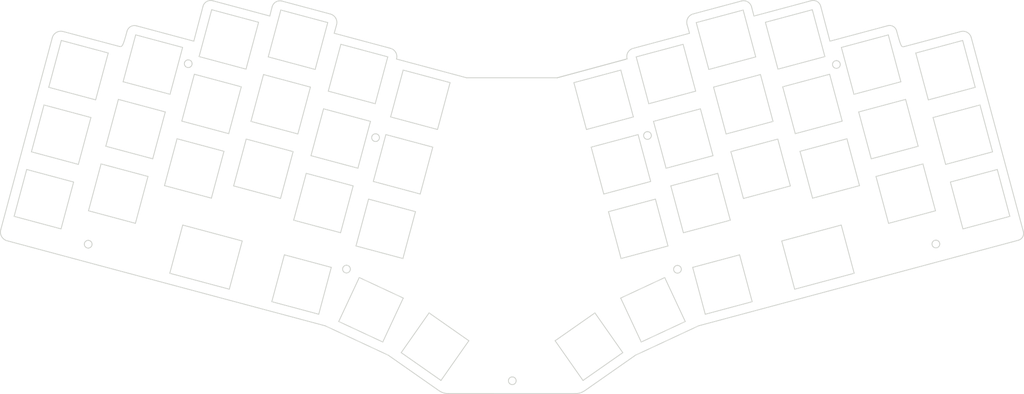
<source format=kicad_pcb>
(kicad_pcb (version 20171130) (host pcbnew "(5.1.10)-1")

  (general
    (thickness 1.6)
    (drawings 292)
    (tracks 0)
    (zones 0)
    (modules 0)
    (nets 1)
  )

  (page A4)
  (layers
    (0 F.Cu signal)
    (31 B.Cu signal)
    (32 B.Adhes user)
    (33 F.Adhes user)
    (34 B.Paste user)
    (35 F.Paste user)
    (36 B.SilkS user)
    (37 F.SilkS user)
    (38 B.Mask user)
    (39 F.Mask user)
    (40 Dwgs.User user)
    (41 Cmts.User user)
    (42 Eco1.User user)
    (43 Eco2.User user)
    (44 Edge.Cuts user)
    (45 Margin user)
    (46 B.CrtYd user)
    (47 F.CrtYd user)
    (48 B.Fab user)
    (49 F.Fab user)
  )

  (setup
    (last_trace_width 0.254)
    (trace_clearance 0.2)
    (zone_clearance 0.508)
    (zone_45_only no)
    (trace_min 0.2)
    (via_size 0.8)
    (via_drill 0.4)
    (via_min_size 0.4)
    (via_min_drill 0.3)
    (uvia_size 0.3)
    (uvia_drill 0.1)
    (uvias_allowed no)
    (uvia_min_size 0.2)
    (uvia_min_drill 0.1)
    (edge_width 0.05)
    (segment_width 0.2)
    (pcb_text_width 0.3)
    (pcb_text_size 1.5 1.5)
    (mod_edge_width 0.12)
    (mod_text_size 1 1)
    (mod_text_width 0.15)
    (pad_size 1.524 1.524)
    (pad_drill 0.762)
    (pad_to_mask_clearance 0)
    (aux_axis_origin 0 0)
    (visible_elements 7FFFFFFF)
    (pcbplotparams
      (layerselection 0x010fc_ffffffff)
      (usegerberextensions false)
      (usegerberattributes true)
      (usegerberadvancedattributes true)
      (creategerberjobfile true)
      (excludeedgelayer true)
      (linewidth 0.100000)
      (plotframeref false)
      (viasonmask false)
      (mode 1)
      (useauxorigin false)
      (hpglpennumber 1)
      (hpglpenspeed 20)
      (hpglpendiameter 15.000000)
      (psnegative false)
      (psa4output false)
      (plotreference true)
      (plotvalue true)
      (plotinvisibletext false)
      (padsonsilk false)
      (subtractmaskfromsilk false)
      (outputformat 1)
      (mirror false)
      (drillshape 0)
      (scaleselection 1)
      (outputdirectory "gerbers/"))
  )

  (net 0 "")

  (net_class Default "This is the default net class."
    (clearance 0.2)
    (trace_width 0.254)
    (via_dia 0.8)
    (via_drill 0.4)
    (uvia_dia 0.3)
    (uvia_drill 0.1)
  )

  (net_class Power ""
    (clearance 0.2)
    (trace_width 0.381)
    (via_dia 0.8)
    (via_drill 0.4)
    (uvia_dia 0.3)
    (uvia_drill 0.1)
  )

  (gr_line (start 166.086802 157.444643) (end 130.009937 157.442202) (layer Edge.Cuts) (width 0.25))
  (gr_curve (pts (xy 291.963776 113.815439) (xy 251.997941 124.525898) (xy 251.218585 124.734048) (xy 201.100082 138.161065)) (layer Edge.Cuts) (width 0.25))
  (gr_curve (pts (xy 113.558134 59.22327) (xy 114.194482 59.393753) (xy 114.735443 59.813164) (xy 115.059091 60.386973)) (layer Edge.Cuts) (width 0.25))
  (gr_line (start 97.572217 54.9405) (end 113.558134 59.22327) (layer Edge.Cuts) (width 0.25))
  (gr_line (start 63.049881 45.68992) (end 79.268977 50.03576) (layer Edge.Cuts) (width 0.25))
  (gr_curve (pts (xy 36.530934 58.692081) (xy 37.369752 58.916841) (xy 37.596188 58.482659) (xy 38.719122 54.343413)) (layer Edge.Cuts) (width 0.25))
  (gr_curve (pts (xy 79.939824 47.424936) (xy 80.09145 46.834834) (xy 80.472758 46.32987) (xy 80.998822 46.022513)) (layer Edge.Cuts) (width 0.25))
  (gr_line (start 278.567385 56.16441) (end 293.372613 111.374583) (layer Edge.Cuts) (width 0.25))
  (gr_line (start 57.681517 57.190941) (end 60.293435 47.288548) (layer Edge.Cuts) (width 0.25))
  (gr_line (start 20.543234 54.445898) (end 36.530934 58.692081) (layer Edge.Cuts) (width 0.25))
  (gr_line (start 112.916357 146.515021) (end 94.996657 138.158421) (layer Edge.Cuts) (width 0.25))
  (gr_curve (pts (xy 130.009937 157.442202) (xy 129.039904 157.442137) (xy 128.093377 157.143627) (xy 127.29881 156.587185)) (layer Edge.Cuts) (width 0.25))
  (gr_line (start 259.525157 58.730181) (end 275.600131 54.448694) (layer Edge.Cuts) (width 0.25))
  (gr_curve (pts (xy 293.372613 111.374583) (xy 293.657702 112.437709) (xy 293.026944 113.53052) (xy 291.963776 113.815439)) (layer Edge.Cuts) (width 0.25))
  (gr_curve (pts (xy 4.64334 113.970862) (xy 3.278652 113.604317) (xy 2.468913 112.20071) (xy 2.834735 110.835825)) (layer Edge.Cuts) (width 0.25))
  (gr_curve (pts (xy 168.797995 156.58992) (xy 168.003389 157.1463) (xy 167.056831 157.444709) (xy 166.086802 157.444643)) (layer Edge.Cuts) (width 0.25))
  (gr_line (start 235.790411 47.232574) (end 238.417762 57.193481) (layer Edge.Cuts) (width 0.25))
  (gr_curve (pts (xy 61.339657 45.916779) (xy 61.8569 45.616798) (xy 62.472317 45.535164) (xy 63.049881 45.68992)) (layer Edge.Cuts) (width 0.25))
  (gr_line (start 216.830302 50.0383) (end 233.107851 45.676798) (layer Edge.Cuts) (width 0.25))
  (gr_line (start 127.29881 156.587185) (end 112.916357 146.515021) (layer Edge.Cuts) (width 0.25))
  (gr_curve (pts (xy 98.007666 50.64037) (xy 98.33595 51.215675) (xy 98.420551 51.898366) (xy 98.242627 52.536402)) (layer Edge.Cuts) (width 0.25))
  (gr_line (start 216.151736 47.437584) (end 216.830302 50.0383) (layer Edge.Cuts) (width 0.25))
  (gr_line (start 183.18292 146.517665) (end 168.797995 156.58992) (layer Edge.Cuts) (width 0.25))
  (gr_line (start 115.278557 62.27348) (end 135.14644 67.594781) (layer Edge.Cuts) (width 0.25))
  (gr_line (start 82.740532 45.788601) (end 96.494861 49.473508) (layer Edge.Cuts) (width 0.25))
  (gr_curve (pts (xy 96.494861 49.473508) (xy 97.134676 49.644921) (xy 97.679382 50.065065) (xy 98.007666 50.64037)) (layer Edge.Cuts) (width 0.25))
  (gr_curve (pts (xy 38.719122 54.343413) (xy 39.030973 53.193899) (xy 40.211872 52.510668) (xy 41.362365 52.818895)) (layer Edge.Cuts) (width 0.25))
  (gr_curve (pts (xy 254.861956 52.787325) (xy 255.941984 52.497936) (xy 257.052873 53.13867) (xy 257.346751 54.217483)) (layer Edge.Cuts) (width 0.25))
  (gr_curve (pts (xy 257.346751 54.217483) (xy 258.625386 58.911285) (xy 258.713678 58.886013) (xy 259.525157 58.730181)) (layer Edge.Cuts) (width 0.25))
  (gr_line (start 79.268977 50.03576) (end 79.939824 47.424936) (layer Edge.Cuts) (width 0.25))
  (gr_line (start 98.242627 52.536402) (end 97.572217 54.9405) (layer Edge.Cuts) (width 0.25))
  (gr_line (start 2.834735 110.835825) (end 17.472198 56.22333) (layer Edge.Cuts) (width 0.25))
  (gr_curve (pts (xy 94.996657 138.158421) (xy 28.536351 120.385012) (xy 26.165612 119.751584) (xy 4.64334 113.970862)) (layer Edge.Cuts) (width 0.25))
  (gr_curve (pts (xy 275.600131 54.448694) (xy 276.893136 54.104308) (xy 278.220808 54.871991) (xy 278.567385 56.16441)) (layer Edge.Cuts) (width 0.25))
  (gr_line (start 201.100082 138.161065) (end 183.18292 146.517665) (layer Edge.Cuts) (width 0.25))
  (gr_line (start 238.417762 57.193481) (end 254.861956 52.787325) (layer Edge.Cuts) (width 0.25))
  (gr_curve (pts (xy 17.472198 56.22333) (xy 17.830769 54.885498) (xy 19.204592 54.090367) (xy 20.543234 54.445898)) (layer Edge.Cuts) (width 0.25))
  (gr_curve (pts (xy 80.998822 46.022513) (xy 81.524886 45.715156) (xy 82.152015 45.630933) (xy 82.740532 45.788601)) (layer Edge.Cuts) (width 0.25))
  (gr_curve (pts (xy 60.293435 47.288548) (xy 60.445935 46.710384) (xy 60.822413 46.216759) (xy 61.339657 45.916779)) (layer Edge.Cuts) (width 0.25))
  (gr_line (start 41.362365 52.818895) (end 57.681517 57.190941) (layer Edge.Cuts) (width 0.25))
  (gr_curve (pts (xy 115.059091 60.386973) (xy 115.382738 60.960781) (xy 115.461836 61.640699) (xy 115.278557 62.27348)) (layer Edge.Cuts) (width 0.25))
  (gr_curve (pts (xy 108.543299 85.40729) (xy 108.857688 85.721679) (xy 109.330504 85.815728) (xy 109.741274 85.645582)) (layer Edge.Cuts) (width 0.25))
  (gr_line (start 178.99814 65.414634) (end 165.66822 68.985874) (layer Edge.Cuts) (width 0.25))
  (gr_line (start 233.41002 48.246774) (end 236.98126 61.576694) (layer Edge.Cuts) (width 0.25))
  (gr_line (start 49.58514 77.327234) (end 46.01136 90.654614) (layer Edge.Cuts) (width 0.25))
  (gr_line (start 71.1726 70.169514) (end 67.60136 83.499434) (layer Edge.Cuts) (width 0.25))
  (gr_line (start 54.50258 58.973194) (end 50.9288 72.303114) (layer Edge.Cuts) (width 0.25))
  (gr_line (start 78.83578 61.663054) (end 82.40702 48.333134) (layer Edge.Cuts) (width 0.25))
  (gr_line (start 76.09004 51.818014) (end 72.5188 65.147934) (layer Edge.Cuts) (width 0.25))
  (gr_line (start 178.99814 65.414634) (end 182.56938 78.744554) (layer Edge.Cuts) (width 0.25))
  (gr_curve (pts (xy 108.305007 84.209315) (xy 108.134861 84.620085) (xy 108.22891 85.092901) (xy 108.543299 85.40729)) (layer Edge.Cuts) (width 0.25))
  (gr_line (start 37.59888 68.731874) (end 50.9288 72.303114) (layer Edge.Cuts) (width 0.25))
  (gr_line (start 32.68144 87.083374) (end 46.01136 90.654614) (layer Edge.Cuts) (width 0.25))
  (gr_line (start 95.73694 51.904374) (end 92.16316 65.234294) (layer Edge.Cuts) (width 0.25))
  (gr_line (start 37.59888 68.731874) (end 41.17266 55.401954) (layer Edge.Cuts) (width 0.25))
  (gr_line (start 59.18888 61.574154) (end 72.5188 65.147934) (layer Edge.Cuts) (width 0.25))
  (gr_line (start 169.23946 82.315794) (end 182.56938 78.744554) (layer Edge.Cuts) (width 0.25))
  (gr_line (start 169.23946 82.315794) (end 165.66822 68.985874) (layer Edge.Cuts) (width 0.25))
  (gr_line (start 113.59822 78.742014) (end 117.16946 65.412094) (layer Edge.Cuts) (width 0.25))
  (gr_line (start 233.41002 48.246774) (end 220.0801 51.818014) (layer Edge.Cuts) (width 0.25))
  (gr_line (start 130.499379 68.983334) (end 126.92814 82.313254) (layer Edge.Cuts) (width 0.25))
  (gr_line (start 245.2388 72.305654) (end 258.568719 68.734414) (layer Edge.Cuts) (width 0.25))
  (gr_line (start 204.00444 65.236834) (end 200.4332 51.906914) (layer Edge.Cuts) (width 0.25))
  (gr_line (start 223.65134 65.147934) (end 236.98126 61.576694) (layer Edge.Cuts) (width 0.25))
  (gr_line (start 245.2388 72.305654) (end 241.66756 58.975734) (layer Edge.Cuts) (width 0.25))
  (gr_line (start 204.00444 65.236834) (end 217.33436 61.665594) (layer Edge.Cuts) (width 0.25))
  (gr_line (start 54.27144 79.928194) (end 67.60136 83.499434) (layer Edge.Cuts) (width 0.25))
  (gr_line (start 32.68144 87.083374) (end 36.25522 73.753454) (layer Edge.Cuts) (width 0.25))
  (gr_line (start 78.83578 61.663054) (end 92.16316 65.234294) (layer Edge.Cuts) (width 0.25))
  (gr_curve (pts (xy 56.521167 64.615626) (xy 56.931936 64.44548) (xy 57.199765 64.044646) (xy 57.199765 63.600032)) (layer Edge.Cuts) (width 0.25))
  (gr_line (start 254.99748 55.404494) (end 258.568719 68.734414) (layer Edge.Cuts) (width 0.25))
  (gr_curve (pts (xy 55.323192 64.377334) (xy 55.637581 64.691723) (xy 56.110397 64.785772) (xy 56.521167 64.615626)) (layer Edge.Cuts) (width 0.25))
  (gr_line (start 160.95144 67.604114) (end 180.79646 62.234554) (layer Edge.Cuts) (width 0.25))
  (gr_curve (pts (xy 109.320601 83.530717) (xy 108.875987 83.530717) (xy 108.475153 83.798546) (xy 108.305007 84.209315)) (layer Edge.Cuts) (width 0.25))
  (gr_line (start 54.27144 79.928194) (end 57.84268 66.598274) (layer Edge.Cuts) (width 0.25))
  (gr_line (start 76.09004 51.818014) (end 62.76012 48.244234) (layer Edge.Cuts) (width 0.25))
  (gr_line (start 113.59822 78.742014) (end 126.92814 82.313254) (layer Edge.Cuts) (width 0.25))
  (gr_line (start 213.76312 48.335674) (end 200.4332 51.906914) (layer Edge.Cuts) (width 0.25))
  (gr_line (start 254.99748 55.404494) (end 241.66756 58.975734) (layer Edge.Cuts) (width 0.25))
  (gr_line (start 59.18888 61.574154) (end 62.76012 48.244234) (layer Edge.Cuts) (width 0.25))
  (gr_curve (pts (xy 110.097903 83.852686) (xy 109.89175 83.646533) (xy 109.612146 83.530717) (xy 109.320601 83.530717)) (layer Edge.Cuts) (width 0.25))
  (gr_curve (pts (xy 110.419872 84.629988) (xy 110.419872 84.338443) (xy 110.304056 84.05884) (xy 110.097903 83.852686)) (layer Edge.Cuts) (width 0.25))
  (gr_curve (pts (xy 55.0849 63.179359) (xy 54.914754 63.590129) (xy 55.008803 64.062945) (xy 55.323192 64.377334)) (layer Edge.Cuts) (width 0.25))
  (gr_curve (pts (xy 56.100494 62.500761) (xy 55.65588 62.500761) (xy 55.255046 62.768589) (xy 55.0849 63.179359)) (layer Edge.Cuts) (width 0.25))
  (gr_line (start 54.50258 58.973194) (end 41.17266 55.401954) (layer Edge.Cuts) (width 0.25))
  (gr_line (start 130.499379 68.983334) (end 117.16946 65.412094) (layer Edge.Cuts) (width 0.25))
  (gr_line (start 213.76312 48.335674) (end 217.33436 61.665594) (layer Edge.Cuts) (width 0.25))
  (gr_line (start 49.58514 77.327234) (end 36.25522 73.753454) (layer Edge.Cuts) (width 0.25))
  (gr_line (start 71.1726 70.169514) (end 57.84268 66.598274) (layer Edge.Cuts) (width 0.25))
  (gr_line (start 223.65134 65.147934) (end 220.0801 51.818014) (layer Edge.Cuts) (width 0.25))
  (gr_line (start 95.73694 51.904374) (end 82.40702 48.333134) (layer Edge.Cuts) (width 0.25))
  (gr_curve (pts (xy 109.741274 85.645582) (xy 110.152043 85.475436) (xy 110.419872 85.074602) (xy 110.419872 84.629988)) (layer Edge.Cuts) (width 0.25))
  (gr_line (start 73.9158 80.014554) (end 77.48958 66.684634) (layer Edge.Cuts) (width 0.25))
  (gr_line (start 188.83302 102.120174) (end 192.40426 115.450094) (layer Edge.Cuts) (width 0.25))
  (gr_line (start 90.8195 70.258414) (end 87.24572 83.588334) (layer Edge.Cuts) (width 0.25))
  (gr_line (start 125.58194 87.337374) (end 112.25202 83.766134) (layer Edge.Cuts) (width 0.25))
  (gr_line (start 188.83302 102.120174) (end 175.5031 105.691414) (layer Edge.Cuts) (width 0.25))
  (gr_line (start 238.32746 66.600814) (end 241.8987 79.930734) (layer Edge.Cuts) (width 0.25))
  (gr_line (start 191.86324 93.336854) (end 205.19316 89.765614) (layer Edge.Cuts) (width 0.25))
  (gr_line (start 264.832359 92.110034) (end 251.50244 95.681274) (layer Edge.Cuts) (width 0.25))
  (gr_line (start 213.83932 101.942374) (end 227.16924 98.371134) (layer Edge.Cuts) (width 0.25))
  (gr_line (start 103.76334 115.447554) (end 107.33458 102.117634) (layer Edge.Cuts) (width 0.25))
  (gr_line (start 183.91558 83.768674) (end 170.58566 87.339914) (layer Edge.Cuts) (width 0.25))
  (gr_line (start 174.1569 100.669834) (end 170.58566 87.339914) (layer Edge.Cuts) (width 0.25))
  (gr_line (start 183.91558 83.768674) (end 187.48682 97.098594) (layer Edge.Cuts) (width 0.25))
  (gr_line (start 201.62192 76.435694) (end 205.19316 89.765614) (layer Edge.Cuts) (width 0.25))
  (gr_line (start 233.48622 101.853474) (end 246.81614 98.282234) (layer Edge.Cuts) (width 0.25))
  (gr_line (start 250.15624 90.657154) (end 263.486159 87.085914) (layer Edge.Cuts) (width 0.25))
  (gr_line (start 85.90206 88.609914) (end 72.57214 85.038674) (layer Edge.Cuts) (width 0.25))
  (gr_line (start 206.53936 94.787194) (end 193.20944 98.358434) (layer Edge.Cuts) (width 0.25))
  (gr_line (start 68.998359 98.368594) (end 82.32828 101.939834) (layer Edge.Cuts) (width 0.25))
  (gr_line (start 108.68078 97.096054) (end 122.0107 100.667294) (layer Edge.Cuts) (width 0.25))
  (gr_line (start 201.62192 76.435694) (end 188.292 80.006934) (layer Edge.Cuts) (width 0.25))
  (gr_line (start 191.86324 93.336854) (end 188.292 80.006934) (layer Edge.Cuts) (width 0.25))
  (gr_line (start 218.68056 66.687174) (end 205.35064 70.260954) (layer Edge.Cuts) (width 0.25))
  (gr_line (start 196.78068 111.688354) (end 193.20944 98.358434) (layer Edge.Cuts) (width 0.25))
  (gr_line (start 206.53936 94.787194) (end 210.1106 108.117114) (layer Edge.Cuts) (width 0.25))
  (gr_line (start 44.6677 95.678734) (end 31.33778 92.107494) (layer Edge.Cuts) (width 0.25))
  (gr_line (start 120.6645 105.688874) (end 117.09326 119.018794) (layer Edge.Cuts) (width 0.25))
  (gr_line (start 250.15624 90.657154) (end 246.585 77.327234) (layer Edge.Cuts) (width 0.25))
  (gr_line (start 120.6645 105.688874) (end 107.33458 102.117634) (layer Edge.Cuts) (width 0.25))
  (gr_line (start 208.92188 83.588334) (end 222.2518 80.017094) (layer Edge.Cuts) (width 0.25))
  (gr_line (start 223.598 85.041214) (end 227.16924 98.371134) (layer Edge.Cuts) (width 0.25))
  (gr_line (start 208.92188 83.588334) (end 205.35064 70.260954) (layer Edge.Cuts) (width 0.25))
  (gr_line (start 264.832359 92.110034) (end 268.4036 105.439954) (layer Edge.Cuts) (width 0.25))
  (gr_line (start 228.56878 83.501974) (end 241.8987 79.930734) (layer Edge.Cuts) (width 0.25))
  (gr_line (start 233.48622 101.853474) (end 229.91498 88.523554) (layer Edge.Cuts) (width 0.25))
  (gr_line (start 259.914919 73.755994) (end 263.486159 87.085914) (layer Edge.Cuts) (width 0.25))
  (gr_line (start 66.25516 88.521014) (end 52.92524 84.949774) (layer Edge.Cuts) (width 0.25))
  (gr_line (start 103.76334 115.447554) (end 117.09326 119.018794) (layer Edge.Cuts) (width 0.25))
  (gr_line (start 66.25516 88.521014) (end 62.68138 101.850934) (layer Edge.Cuts) (width 0.25))
  (gr_line (start 213.83932 101.942374) (end 210.26808 88.612454) (layer Edge.Cuts) (width 0.25))
  (gr_line (start 243.2449 84.952314) (end 229.91498 88.523554) (layer Edge.Cuts) (width 0.25))
  (gr_line (start 218.68056 66.687174) (end 222.2518 80.017094) (layer Edge.Cuts) (width 0.25))
  (gr_line (start 238.32746 66.600814) (end 224.99754 70.172054) (layer Edge.Cuts) (width 0.25))
  (gr_line (start 228.56878 83.501974) (end 224.99754 70.172054) (layer Edge.Cuts) (width 0.25))
  (gr_line (start 27.764 105.437414) (end 31.33778 92.107494) (layer Edge.Cuts) (width 0.25))
  (gr_line (start 179.07688 119.021334) (end 192.40426 115.450094) (layer Edge.Cuts) (width 0.25))
  (gr_line (start 27.764 105.437414) (end 41.09392 109.008654) (layer Edge.Cuts) (width 0.25))
  (gr_line (start 255.07368 109.011194) (end 251.50244 95.681274) (layer Edge.Cuts) (width 0.25))
  (gr_line (start 85.90206 88.609914) (end 82.32828 101.939834) (layer Edge.Cuts) (width 0.25))
  (gr_line (start 179.07688 119.021334) (end 175.5031 105.691414) (layer Edge.Cuts) (width 0.25))
  (gr_line (start 196.78068 111.688354) (end 210.1106 108.117114) (layer Edge.Cuts) (width 0.25))
  (gr_line (start 259.914919 73.755994) (end 246.585 77.327234) (layer Edge.Cuts) (width 0.25))
  (gr_line (start 243.2449 84.952314) (end 246.81614 98.282234) (layer Edge.Cuts) (width 0.25))
  (gr_line (start 223.598 85.041214) (end 210.26808 88.612454) (layer Edge.Cuts) (width 0.25))
  (gr_line (start 90.8195 70.258414) (end 77.48958 66.684634) (layer Edge.Cuts) (width 0.25))
  (gr_line (start 73.9158 80.014554) (end 87.24572 83.588334) (layer Edge.Cuts) (width 0.25))
  (gr_line (start 174.1569 100.669834) (end 187.48682 97.098594) (layer Edge.Cuts) (width 0.25))
  (gr_line (start 49.354 98.279694) (end 62.68138 101.850934) (layer Edge.Cuts) (width 0.25))
  (gr_line (start 108.68078 97.096054) (end 112.25202 83.766134) (layer Edge.Cuts) (width 0.25))
  (gr_line (start 125.58194 87.337374) (end 122.0107 100.667294) (layer Edge.Cuts) (width 0.25))
  (gr_line (start 255.07368 109.011194) (end 268.4036 105.439954) (layer Edge.Cuts) (width 0.25))
  (gr_line (start 44.6677 95.678734) (end 41.09392 109.008654) (layer Edge.Cuts) (width 0.25))
  (gr_line (start 68.998359 98.368594) (end 72.57214 85.038674) (layer Edge.Cuts) (width 0.25))
  (gr_line (start 49.354 98.279694) (end 52.92524 84.949774) (layer Edge.Cuts) (width 0.25))
  (gr_line (start 276.12774 56.989454) (end 262.79782 60.560694) (layer Edge.Cuts) (width 0.25))
  (gr_line (start 117.19994 130.263374) (end 104.69298 124.431534) (layer Edge.Cuts) (width 0.25))
  (gr_line (start 107.87814 80.004394) (end 94.54822 76.433154) (layer Edge.Cuts) (width 0.25))
  (gr_line (start 90.97444 89.763074) (end 94.54822 76.433154) (layer Edge.Cuts) (width 0.25))
  (gr_line (start 276.20394 110.596154) (end 272.6327 97.266234) (layer Edge.Cuts) (width 0.25))
  (gr_line (start 196.70448 58.081654) (end 183.37456 61.655434) (layer Edge.Cuts) (width 0.25))
  (gr_line (start 112.79558 61.652894) (end 99.46566 58.079114) (layer Edge.Cuts) (width 0.25))
  (gr_line (start 276.12774 56.989454) (end 279.69898 70.319374) (layer Edge.Cuts) (width 0.25))
  (gr_line (start 276.20394 110.596154) (end 289.53386 107.024914) (layer Edge.Cuts) (width 0.25))
  (gr_line (start 33.37232 60.558154) (end 29.79854 73.888074) (layer Edge.Cuts) (width 0.25))
  (gr_line (start 16.46862 70.316834) (end 20.0424 56.986914) (layer Edge.Cuts) (width 0.25))
  (gr_line (start 186.9458 74.982814) (end 183.37456 61.655434) (layer Edge.Cuts) (width 0.25))
  (gr_line (start 171.64738 134.492474) (end 160.34184 142.409654) (layer Edge.Cuts) (width 0.25))
  (gr_line (start 168.25648 153.712654) (end 160.34184 142.409654) (layer Edge.Cuts) (width 0.25))
  (gr_line (start 171.64738 134.492474) (end 179.56202 145.798014) (layer Edge.Cuts) (width 0.25))
  (gr_line (start 186.9458 74.982814) (end 200.27572 71.411574) (layer Edge.Cuts) (width 0.25))
  (gr_line (start 98.86114 136.938494) (end 104.69298 124.431534) (layer Edge.Cuts) (width 0.25))
  (gr_line (start 281.04518 75.340954) (end 267.71526 78.912193) (layer Edge.Cuts) (width 0.25))
  (gr_line (start 11.55118 88.668334) (end 15.12496 75.338414) (layer Edge.Cuts) (width 0.25))
  (gr_line (start 96.74786 121.538474) (end 83.41794 117.967234) (layer Edge.Cuts) (width 0.25))
  (gr_line (start 116.60812 145.795474) (end 127.91112 153.710114) (layer Edge.Cuts) (width 0.25))
  (gr_line (start 79.8467 131.297154) (end 93.17662 134.868394) (layer Edge.Cuts) (width 0.25))
  (gr_line (start 184.80204 142.772874) (end 178.96766 130.265914) (layer Edge.Cuts) (width 0.25))
  (gr_line (start 117.19994 130.263374) (end 111.3681 142.770334) (layer Edge.Cuts) (width 0.25))
  (gr_line (start 285.96262 93.694994) (end 272.6327 97.266234) (layer Edge.Cuts) (width 0.25))
  (gr_line (start 28.45488 78.912193) (end 24.8811 92.242114) (layer Edge.Cuts) (width 0.25))
  (gr_line (start 266.369059 73.890614) (end 279.69898 70.319374) (layer Edge.Cuts) (width 0.25))
  (gr_line (start 6.63374 107.022374) (end 19.96366 110.593614) (layer Edge.Cuts) (width 0.25))
  (gr_line (start 135.825759 142.407114) (end 124.52276 134.489934) (layer Edge.Cuts) (width 0.25))
  (gr_line (start 11.55118 88.668334) (end 24.8811 92.242114) (layer Edge.Cuts) (width 0.25))
  (gr_line (start 191.47462 124.434074) (end 178.96766 130.265914) (layer Edge.Cuts) (width 0.25))
  (gr_line (start 90.97444 89.763074) (end 104.30436 93.334314) (layer Edge.Cuts) (width 0.25))
  (gr_line (start 107.87814 80.004394) (end 104.30436 93.334314) (layer Edge.Cuts) (width 0.25))
  (gr_line (start 102.9607 98.358434) (end 89.63078 94.784654) (layer Edge.Cuts) (width 0.25))
  (gr_line (start 33.37232 60.558154) (end 20.0424 56.986914) (layer Edge.Cuts) (width 0.25))
  (gr_line (start 271.2865 92.242114) (end 267.71526 78.912193) (layer Edge.Cuts) (width 0.25))
  (gr_line (start 23.53744 97.263694) (end 10.20752 93.692454) (layer Edge.Cuts) (width 0.25))
  (gr_line (start 112.79558 61.652894) (end 109.2218 74.982814) (layer Edge.Cuts) (width 0.25))
  (gr_line (start 86.057 108.114574) (end 99.38692 111.685814) (layer Edge.Cuts) (width 0.25))
  (gr_line (start 266.369059 73.890614) (end 262.79782 60.560694) (layer Edge.Cuts) (width 0.25))
  (gr_line (start 281.04518 75.340954) (end 284.61642 88.670874) (layer Edge.Cuts) (width 0.25))
  (gr_line (start 98.86114 136.938494) (end 111.3681 142.770334) (layer Edge.Cuts) (width 0.25))
  (gr_line (start 28.45488 78.912193) (end 15.12496 75.338414) (layer Edge.Cuts) (width 0.25))
  (gr_line (start 86.057 108.114574) (end 89.63078 94.784654) (layer Edge.Cuts) (width 0.25))
  (gr_line (start 6.63374 107.022374) (end 10.20752 93.692454) (layer Edge.Cuts) (width 0.25))
  (gr_line (start 95.89188 71.409034) (end 109.2218 74.982814) (layer Edge.Cuts) (width 0.25))
  (gr_line (start 79.8467 131.297154) (end 83.41794 117.967234) (layer Edge.Cuts) (width 0.25))
  (gr_line (start 191.47462 124.434074) (end 197.309 136.941034) (layer Edge.Cuts) (width 0.25))
  (gr_line (start 202.99352 134.870934) (end 199.42228 121.541014) (layer Edge.Cuts) (width 0.25))
  (gr_line (start 96.74786 121.538474) (end 93.17662 134.868394) (layer Edge.Cuts) (width 0.25))
  (gr_line (start 116.60812 145.795474) (end 124.52276 134.489934) (layer Edge.Cuts) (width 0.25))
  (gr_line (start 95.89188 71.409034) (end 99.46566 58.079114) (layer Edge.Cuts) (width 0.25))
  (gr_line (start 102.9607 98.358434) (end 99.38692 111.685814) (layer Edge.Cuts) (width 0.25))
  (gr_line (start 16.46862 70.316834) (end 29.79854 73.888074) (layer Edge.Cuts) (width 0.25))
  (gr_line (start 23.53744 97.263694) (end 19.96366 110.593614) (layer Edge.Cuts) (width 0.25))
  (gr_line (start 285.96262 93.694994) (end 289.53386 107.024914) (layer Edge.Cuts) (width 0.25))
  (gr_line (start 202.99352 134.870934) (end 216.32344 131.299694) (layer Edge.Cuts) (width 0.25))
  (gr_line (start 212.7522 117.969774) (end 216.32344 131.299694) (layer Edge.Cuts) (width 0.25))
  (gr_line (start 135.825759 142.407114) (end 127.91112 153.710114) (layer Edge.Cuts) (width 0.25))
  (gr_line (start 196.70448 58.081654) (end 200.27572 71.411574) (layer Edge.Cuts) (width 0.25))
  (gr_line (start 168.25648 153.712654) (end 179.56202 145.798014) (layer Edge.Cuts) (width 0.25))
  (gr_line (start 184.80204 142.772874) (end 197.309 136.941034) (layer Edge.Cuts) (width 0.25))
  (gr_line (start 212.7522 117.969774) (end 199.42228 121.541014) (layer Edge.Cuts) (width 0.25))
  (gr_line (start 271.2865 92.242114) (end 284.61642 88.670874) (layer Edge.Cuts) (width 0.25))
  (gr_line (start 67.76392 127.746234) (end 71.4393 114.030234) (layer Edge.Cuts) (width 0.25))
  (gr_line (start 54.5356 109.498874) (end 71.4393 114.030234) (layer Edge.Cuts) (width 0.25))
  (gr_line (start 224.72576 114.030234) (end 241.62946 109.498874) (layer Edge.Cuts) (width 0.25))
  (gr_line (start 224.72576 114.030234) (end 228.40114 127.746234) (layer Edge.Cuts) (width 0.25))
  (gr_line (start 54.5356 109.498874) (end 50.86022 123.217414) (layer Edge.Cuts) (width 0.25))
  (gr_line (start 67.76392 127.746234) (end 50.86022 123.217414) (layer Edge.Cuts) (width 0.25))
  (gr_line (start 245.30484 123.214874) (end 241.62946 109.498874) (layer Edge.Cuts) (width 0.25))
  (gr_line (start 245.30484 123.214874) (end 228.40114 127.746234) (layer Edge.Cuts) (width 0.25))
  (gr_curve (pts (xy 269.297742 114.112722) (xy 269.091589 113.906569) (xy 268.811984 113.790753) (xy 268.52044 113.790753)) (layer Edge.Cuts) (width 0.25))
  (gr_curve (pts (xy 194.323427 122.857301) (xy 194.637816 123.171691) (xy 195.110632 123.26574) (xy 195.521402 123.095593)) (layer Edge.Cuts) (width 0.25))
  (gr_curve (pts (xy 240.250499 62.720777) (xy 239.805886 62.720777) (xy 239.405051 62.988605) (xy 239.234905 63.399375)) (layer Edge.Cuts) (width 0.25))
  (gr_curve (pts (xy 148.947967 153.012822) (xy 148.741814 152.806669) (xy 148.46221 152.690853) (xy 148.170665 152.690853)) (layer Edge.Cuts) (width 0.25))
  (gr_curve (pts (xy 147.393364 154.567426) (xy 147.707753 154.881815) (xy 148.180569 154.975864) (xy 148.591338 154.805718)) (layer Edge.Cuts) (width 0.25))
  (gr_curve (pts (xy 239.473197 64.597349) (xy 239.787586 64.911739) (xy 240.260402 65.005788) (xy 240.671172 64.835641)) (layer Edge.Cuts) (width 0.25))
  (gr_curve (pts (xy 185.564962 83.599461) (xy 185.394816 84.010231) (xy 185.488864 84.483047) (xy 185.803254 84.797436)) (layer Edge.Cuts) (width 0.25))
  (gr_curve (pts (xy 101.837823 121.252662) (xy 101.63167 121.046509) (xy 101.352066 120.930693) (xy 101.060521 120.930693)) (layer Edge.Cuts) (width 0.25))
  (gr_line (start 109.320601 83.530717) (end 109.320601 83.530717) (layer Edge.Cuts) (width 0.25))
  (gr_curve (pts (xy 26.581417 114.949968) (xy 26.581417 115.557079) (xy 27.073577 116.049239) (xy 27.680688 116.049239)) (layer Edge.Cuts) (width 0.25))
  (gr_curve (pts (xy 57.199765 63.600032) (xy 57.199765 63.308487) (xy 57.083949 63.028884) (xy 56.877796 62.822729)) (layer Edge.Cuts) (width 0.25))
  (gr_curve (pts (xy 195.100729 120.980729) (xy 194.656116 120.980729) (xy 194.255281 121.248557) (xy 194.085135 121.659327)) (layer Edge.Cuts) (width 0.25))
  (gr_curve (pts (xy 234.772233 45.897575) (xy 235.275612 46.189515) (xy 235.641999 46.669908) (xy 235.790411 47.232574)) (layer Edge.Cuts) (width 0.25))
  (gr_curve (pts (xy 233.107851 45.676798) (xy 233.669934 45.52619) (xy 234.268854 45.605636) (xy 234.772233 45.897575)) (layer Edge.Cuts) (width 0.25))
  (gr_curve (pts (xy 100.044927 121.609291) (xy 99.874781 122.020061) (xy 99.96883 122.492877) (xy 100.283219 122.807266)) (layer Edge.Cuts) (width 0.25))
  (gr_curve (pts (xy 269.61971 114.890024) (xy 269.61971 114.598479) (xy 269.503895 114.318876) (xy 269.297742 114.112722)) (layer Edge.Cuts) (width 0.25))
  (gr_line (start 199.557764 49.437792) (end 213.272948 45.762866) (layer Edge.Cuts) (width 0.25))
  (gr_line (start 240.250499 62.720777) (end 240.250499 62.720777) (layer Edge.Cuts) (width 0.25))
  (gr_curve (pts (xy 241.027801 63.042746) (xy 240.821648 62.836592) (xy 240.542044 62.720777) (xy 240.250499 62.720777)) (layer Edge.Cuts) (width 0.25))
  (gr_curve (pts (xy 215.0608 46.001237) (xy 215.601223 46.315624) (xy 215.993892 46.83262) (xy 216.151736 47.437584)) (layer Edge.Cuts) (width 0.25))
  (gr_curve (pts (xy 213.272948 45.762866) (xy 213.876862 45.60105) (xy 214.520378 45.686849) (xy 215.0608 46.001237)) (layer Edge.Cuts) (width 0.25))
  (gr_line (start 198.52452 54.94304) (end 197.829614 52.475414) (layer Edge.Cuts) (width 0.25))
  (gr_line (start 182.490564 59.239273) (end 198.52452 54.94304) (layer Edge.Cuts) (width 0.25))
  (gr_curve (pts (xy 198.058918 50.595472) (xy 198.383643 50.024693) (xy 198.923453 49.607753) (xy 199.557764 49.437792)) (layer Edge.Cuts) (width 0.25))
  (gr_curve (pts (xy 197.829614 52.475414) (xy 197.651608 51.843314) (xy 197.734192 51.166252) (xy 198.058918 50.595472)) (layer Edge.Cuts) (width 0.25))
  (gr_line (start 180.79024 62.230301) (end 180.79024 62.230299) (layer Edge.Cuts) (width 0.25))
  (gr_line (start 160.94522 67.599861) (end 180.79024 62.230301) (layer Edge.Cuts) (width 0.25))
  (gr_line (start 135.14644 67.594781) (end 160.94522 67.599861) (layer Edge.Cuts) (width 0.25))
  (gr_curve (pts (xy 180.79024 62.230299) (xy 180.614566 61.608065) (xy 180.695546 60.941386) (xy 181.015076 60.379304)) (layer Edge.Cuts) (width 0.25))
  (gr_curve (pts (xy 268.52044 113.790753) (xy 268.075826 113.790753) (xy 267.674992 114.058582) (xy 267.504845 114.469351)) (layer Edge.Cuts) (width 0.25))
  (gr_curve (pts (xy 240.671172 64.835641) (xy 241.081941 64.665495) (xy 241.34977 64.264661) (xy 241.34977 63.820048)) (layer Edge.Cuts) (width 0.25))
  (gr_curve (pts (xy 27.680688 116.049239) (xy 28.287799 116.049239) (xy 28.779959 115.557079) (xy 28.779959 114.949968)) (layer Edge.Cuts) (width 0.25))
  (gr_curve (pts (xy 56.877796 62.822729) (xy 56.671643 62.616577) (xy 56.392039 62.500761) (xy 56.100494 62.500761)) (layer Edge.Cuts) (width 0.25))
  (gr_curve (pts (xy 187.001228 85.035728) (xy 187.411998 84.865582) (xy 187.679826 84.464748) (xy 187.679826 84.020134)) (layer Edge.Cuts) (width 0.25))
  (gr_curve (pts (xy 185.803254 84.797436) (xy 186.117643 85.111825) (xy 186.590459 85.205874) (xy 187.001228 85.035728)) (layer Edge.Cuts) (width 0.25))
  (gr_line (start 268.52044 113.790753) (end 268.52044 113.790753) (layer Edge.Cuts) (width 0.25))
  (gr_curve (pts (xy 241.34977 63.820048) (xy 241.34977 63.528503) (xy 241.233954 63.248899) (xy 241.027801 63.042746)) (layer Edge.Cuts) (width 0.25))
  (gr_curve (pts (xy 148.591338 154.805718) (xy 149.002108 154.635572) (xy 149.269936 154.234738) (xy 149.269936 153.790124)) (layer Edge.Cuts) (width 0.25))
  (gr_curve (pts (xy 148.170665 152.690853) (xy 147.726052 152.690853) (xy 147.325218 152.958682) (xy 147.155072 153.369451)) (layer Edge.Cuts) (width 0.25))
  (gr_line (start 27.680688 113.850697) (end 27.680688 113.850697) (layer Edge.Cuts) (width 0.25))
  (gr_curve (pts (xy 101.481194 123.045558) (xy 101.891963 122.875412) (xy 102.159792 122.474578) (xy 102.159792 122.029964)) (layer Edge.Cuts) (width 0.25))
  (gr_curve (pts (xy 267.504845 114.469351) (xy 267.3347 114.880121) (xy 267.428749 115.352937) (xy 267.743137 115.667326)) (layer Edge.Cuts) (width 0.25))
  (gr_curve (pts (xy 186.580556 82.920863) (xy 186.135942 82.920863) (xy 185.735108 83.188692) (xy 185.564962 83.599461)) (layer Edge.Cuts) (width 0.25))
  (gr_curve (pts (xy 28.779959 114.949968) (xy 28.779959 114.658423) (xy 28.664143 114.37882) (xy 28.45799 114.172666)) (layer Edge.Cuts) (width 0.25))
  (gr_curve (pts (xy 147.155072 153.369451) (xy 146.984925 153.780221) (xy 147.078974 154.253037) (xy 147.393364 154.567426)) (layer Edge.Cuts) (width 0.25))
  (gr_curve (pts (xy 187.679826 84.020134) (xy 187.679826 83.413024) (xy 187.187666 82.920863) (xy 186.580556 82.920863)) (layer Edge.Cuts) (width 0.25))
  (gr_curve (pts (xy 268.941113 115.905618) (xy 269.351881 115.735472) (xy 269.61971 115.334638) (xy 269.61971 114.890024)) (layer Edge.Cuts) (width 0.25))
  (gr_line (start 186.580556 82.920863) (end 186.580556 82.920863) (layer Edge.Cuts) (width 0.25))
  (gr_curve (pts (xy 195.521402 123.095593) (xy 195.932171 122.925447) (xy 196.2 122.524613) (xy 196.2 122.08)) (layer Edge.Cuts) (width 0.25))
  (gr_curve (pts (xy 102.159792 122.029964) (xy 102.159792 121.738419) (xy 102.043976 121.458816) (xy 101.837823 121.252662)) (layer Edge.Cuts) (width 0.25))
  (gr_curve (pts (xy 101.060521 120.930693) (xy 100.615907 120.930693) (xy 100.215073 121.198522) (xy 100.044927 121.609291)) (layer Edge.Cuts) (width 0.25))
  (gr_curve (pts (xy 100.283219 122.807266) (xy 100.597608 123.121655) (xy 101.070424 123.215704) (xy 101.481194 123.045558)) (layer Edge.Cuts) (width 0.25))
  (gr_line (start 56.100494 62.500761) (end 56.100494 62.500761) (layer Edge.Cuts) (width 0.25))
  (gr_curve (pts (xy 27.680688 113.850697) (xy 27.073577 113.850697) (xy 26.581417 114.342858) (xy 26.581417 114.949968)) (layer Edge.Cuts) (width 0.25))
  (gr_curve (pts (xy 149.269936 153.790124) (xy 149.269936 153.498579) (xy 149.154121 153.218976) (xy 148.947967 153.012822)) (layer Edge.Cuts) (width 0.25))
  (gr_curve (pts (xy 267.743137 115.667326) (xy 268.057526 115.981715) (xy 268.530343 116.075764) (xy 268.941113 115.905618)) (layer Edge.Cuts) (width 0.25))
  (gr_line (start 195.100729 120.980729) (end 195.100729 120.980729) (layer Edge.Cuts) (width 0.25))
  (gr_curve (pts (xy 239.234905 63.399375) (xy 239.064759 63.810144) (xy 239.158808 64.28296) (xy 239.473197 64.597349)) (layer Edge.Cuts) (width 0.25))
  (gr_curve (pts (xy 194.085135 121.659327) (xy 193.914989 122.070096) (xy 194.009038 122.542912) (xy 194.323427 122.857301)) (layer Edge.Cuts) (width 0.25))
  (gr_line (start 101.060521 120.930693) (end 101.060521 120.930693) (layer Edge.Cuts) (width 0.25))
  (gr_curve (pts (xy 28.45799 114.172666) (xy 28.251837 113.966513) (xy 27.972233 113.850697) (xy 27.680688 113.850697)) (layer Edge.Cuts) (width 0.25))
  (gr_curve (pts (xy 181.015076 60.379304) (xy 181.334606 59.817222) (xy 181.866037 59.406613) (xy 182.490564 59.239273)) (layer Edge.Cuts) (width 0.25))
  (gr_line (start 148.170665 152.690853) (end 148.170665 152.690853) (layer Edge.Cuts) (width 0.25))
  (gr_curve (pts (xy 196.2 122.08) (xy 196.2 121.472889) (xy 195.70784 120.980729) (xy 195.100729 120.980729)) (layer Edge.Cuts) (width 0.25))

)

</source>
